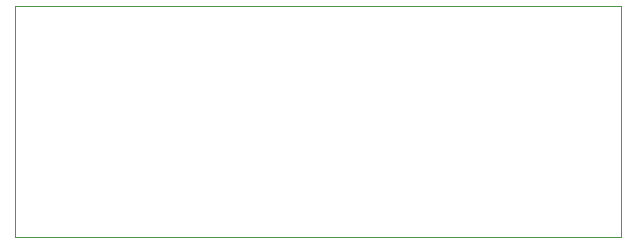
<source format=gbr>
G04 #@! TF.GenerationSoftware,KiCad,Pcbnew,(5.1.5-0-10_14)*
G04 #@! TF.CreationDate,2020-03-21T14:00:30+11:00*
G04 #@! TF.ProjectId,Internal 5.25 Adapter,496e7465-726e-4616-9c20-352e32352041,rev?*
G04 #@! TF.SameCoordinates,Original*
G04 #@! TF.FileFunction,Profile,NP*
%FSLAX46Y46*%
G04 Gerber Fmt 4.6, Leading zero omitted, Abs format (unit mm)*
G04 Created by KiCad (PCBNEW (5.1.5-0-10_14)) date 2020-03-21 14:00:30*
%MOMM*%
%LPD*%
G04 APERTURE LIST*
%ADD10C,0.050000*%
G04 APERTURE END LIST*
D10*
X46863000Y-51943000D02*
X46863000Y-32385000D01*
X98171000Y-51943000D02*
X46863000Y-51943000D01*
X98171000Y-32385000D02*
X98171000Y-51943000D01*
X46863000Y-32385000D02*
X98171000Y-32385000D01*
M02*

</source>
